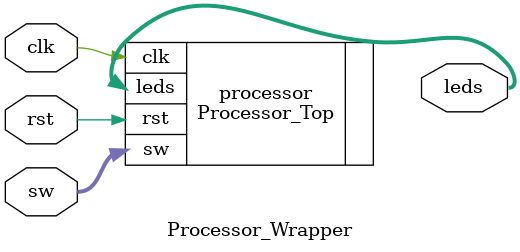
<source format=v>
`timescale 1 ps / 1 ps
module Processor_Wrapper
   (clk,
    leds,
    rst,
    sw);
  input clk;
  output [15:0]leds;
  input rst;
  input [15:0]sw;

  wire clk;
  wire [15:0]leds;
  wire rst;
  wire [15:0]sw;
  
//For cloc divider to see the result on board
//  reg[31:0] cnt; 
//  reg clk1 = 0; 
//  always@(posedge clk)
//  begin
//    cnt = cnt + 1;
//    if(cnt[31])
//        clk1 = ~clk1;
//  end  
    
    
  Processor_Top processor
       (.clk(clk),
        .leds(leds),
        .rst(rst),
        .sw(sw));
endmodule

</source>
